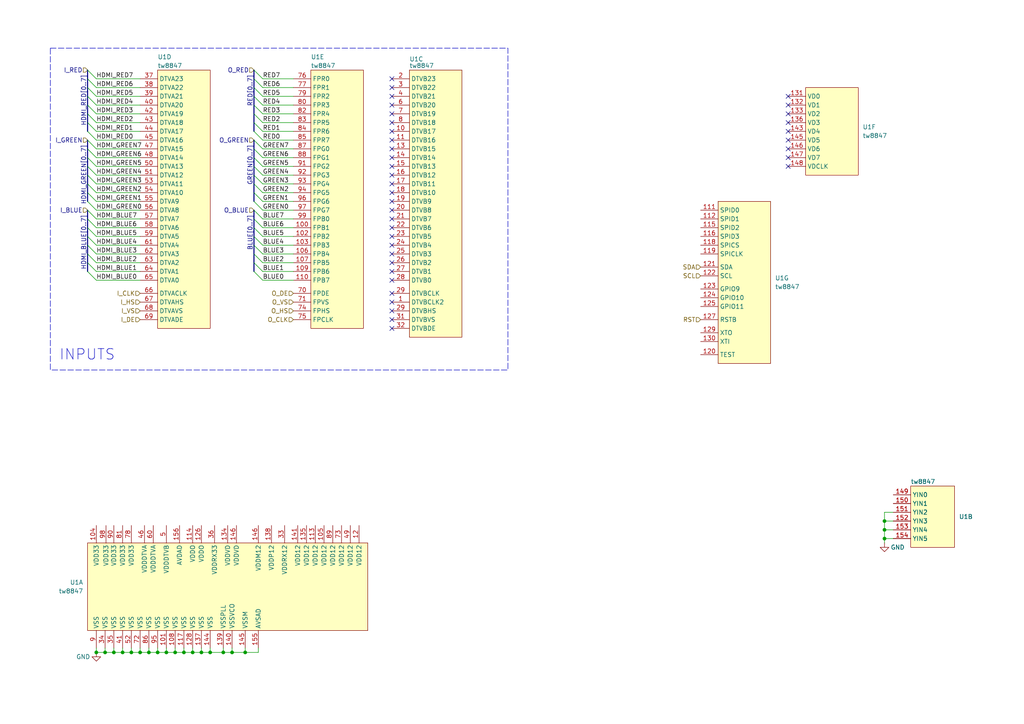
<source format=kicad_sch>
(kicad_sch (version 20230121) (generator eeschema)
  (paper "A4")
  (lib_symbols
    (symbol "power:GND" (power) (pin_names (offset 0))
      (property "Value" "GND" (at 0 -3.81 0))
      (symbol "GND_0_1"
        (polyline (pts (xy 0 0) (xy 0 -1.27) (xy 1.27 -1.27) (xy 0 -2.54) (xy -1.27 -1.27) (xy 0 -1.27)))
      )
      (symbol "GND_1_1"
        (pin power_in line (at 0 0 270) (length 0) hide (name "GND") (number "1"))
      )
    )
    (symbol "tw884x:tw8847"
      (property "Reference" "U" (at 1.27 -2.54 0))
      (property "Value" "tw8847" (at 1.27 1.27 0))
      (symbol "tw8847_1_1"
        (rectangle (start -43.18 12.7) (end 38.1 -12.7) (fill (type background)))
        (pin power_in line (at -20.32 -17.78 90) (length 5.08) (name "VSS") (number "101"))
        (pin power_in line (at -40.64 17.78 270) (length 5.08) (name "VDD33") (number "104"))
        (pin power_in line (at 25.4 17.78 270) (length 5.08) (name "VDD12") (number "105"))
        (pin power_in line (at -17.78 -17.78 90) (length 5.08) (name "VSS") (number "108"))
        (pin power_in line (at 22.86 17.78 270) (length 5.08) (name "VDD12") (number "113"))
        (pin power_in line (at -12.7 17.78 270) (length 5.08) (name "VDDO") (number "114"))
        (pin power_in line (at -15.24 -17.78 90) (length 5.08) (name "VSS") (number "117"))
        (pin power_in line (at 35.56 17.78 270) (length 5.08) (name "VDD12") (number "12"))
        (pin power_in line (at -10.16 17.78 270) (length 5.08) (name "VDDO") (number "126"))
        (pin power_in line (at -12.7 -17.78 90) (length 5.08) (name "VSS") (number "128"))
        (pin power_in line (at -2.54 17.78 270) (length 5.08) (name "VDDVD") (number "134"))
        (pin power_in line (at 20.32 17.78 270) (length 5.08) (name "VDD12") (number "135"))
        (pin power_in line (at -10.16 -17.78 90) (length 5.08) (name "VSS") (number "137"))
        (pin power_in line (at 10.16 17.78 270) (length 5.08) (name "VDDP12") (number "138"))
        (pin power_in line (at -3.81 -17.78 90) (length 5.08) (name "VSSPLL") (number "139"))
        (pin power_in line (at -1.27 -17.78 90) (length 5.08) (name "VSSVCO") (number "140"))
        (pin power_in line (at 17.78 17.78 270) (length 5.08) (name "VDD12") (number "141"))
        (pin power_in line (at -7.62 -17.78 90) (length 5.08) (name "VSS") (number "144"))
        (pin power_in line (at 2.54 -17.78 90) (length 5.08) (name "VSSM") (number "145"))
        (pin power_in line (at 6.35 17.78 270) (length 5.08) (name "VDDM12") (number "146"))
        (pin power_in line (at 0 17.78 270) (length 5.08) (name "VDDVD") (number "146"))
        (pin power_in line (at 6.35 -17.78 90) (length 5.08) (name "AVSAD") (number "155"))
        (pin power_in line (at -16.51 17.78 270) (length 5.08) (name "AVDAD") (number "156"))
        (pin power_in line (at 13.97 17.78 270) (length 5.08) (name "VDDRX12") (number "33"))
        (pin power_in line (at -38.1 -17.78 90) (length 5.08) (name "VSS") (number "34"))
        (pin power_in line (at -35.56 -17.78 90) (length 5.08) (name "VSS") (number "35"))
        (pin power_in line (at -6.35 17.78 270) (length 5.08) (name "VDDRX33") (number "36"))
        (pin power_in line (at -33.02 -17.78 90) (length 5.08) (name "VSS") (number "41"))
        (pin power_in line (at -26.67 17.78 270) (length 5.08) (name "VDDDTVA") (number "46"))
        (pin power_in line (at 33.02 17.78 270) (length 5.08) (name "VDD12") (number "49"))
        (pin power_in line (at -20.32 17.78 270) (length 5.08) (name "VDDDTVB") (number "5"))
        (pin power_in line (at -30.48 -17.78 90) (length 5.08) (name "VSS") (number "52"))
        (pin power_in line (at -24.13 17.78 270) (length 5.08) (name "VDDDTVA") (number "60"))
        (pin power_in line (at -27.94 -17.78 90) (length 5.08) (name "VSS") (number "72"))
        (pin power_in line (at 30.48 17.78 270) (length 5.08) (name "VDD12") (number "73"))
        (pin power_in line (at -30.48 17.78 270) (length 5.08) (name "VDD33") (number "78"))
        (pin power_in line (at -33.02 17.78 270) (length 5.08) (name "VDD33") (number "81"))
        (pin power_in line (at -25.4 -17.78 90) (length 5.08) (name "VSS") (number "86"))
        (pin power_in line (at 27.94 17.78 270) (length 5.08) (name "VDD12") (number "89"))
        (pin power_in line (at -40.64 -17.78 90) (length 5.08) (name "VSS") (number "9"))
        (pin power_in line (at -35.56 17.78 270) (length 5.08) (name "VDD33") (number "90"))
        (pin power_in line (at -22.86 -17.78 90) (length 5.08) (name "VSS") (number "95"))
        (pin power_in line (at -37.8351 17.7643 270) (length 5.08) (name "VDD33") (number "98"))
      )
      (symbol "tw8847_2_1"
        (rectangle (start -6.35 8.89) (end 6.35 -8.89) (fill (type background)))
        (pin input line (at -11.43 6.35 0) (length 5.08) (name "YIN0") (number "149"))
        (pin input line (at -11.43 3.81 0) (length 5.08) (name "YIN1") (number "150"))
        (pin input line (at -11.43 1.27 0) (length 5.08) (name "YIN2") (number "151"))
        (pin input line (at -11.43 -1.27 0) (length 5.08) (name "YIN3") (number "152"))
        (pin input line (at -11.43 -3.81 0) (length 5.08) (name "YIN4") (number "153"))
        (pin input line (at -11.43 -6.35 0) (length 5.08) (name "YIN5") (number "154"))
      )
      (symbol "tw8847_3_1"
        (rectangle (start -7.62 39.37) (end 7.62 -38.1) (fill (type background)))
        (pin input line (at -12.7 -27.94 0) (length 5.08) (name "DTVBCLK2") (number "1"))
        (pin input line (at -12.7 21.59 0) (length 5.08) (name "DTVB17") (number "10"))
        (pin input line (at -12.7 19.05 0) (length 5.08) (name "DTVB16") (number "11"))
        (pin input line (at -12.7 16.51 0) (length 5.08) (name "DTVB15") (number "13"))
        (pin input line (at -12.7 13.97 0) (length 5.08) (name "DTVB14") (number "14"))
        (pin input line (at -12.7 11.43 0) (length 5.08) (name "DTVB13") (number "15"))
        (pin input line (at -12.7 8.89 0) (length 5.08) (name "DTVB12") (number "16"))
        (pin input line (at -12.7 6.35 0) (length 5.08) (name "DTVB11") (number "17"))
        (pin input line (at -12.7 3.81 0) (length 5.08) (name "DTVB10") (number "18"))
        (pin input line (at -12.7 1.27 0) (length 5.08) (name "DTVB9") (number "19"))
        (pin input line (at -12.7 36.83 0) (length 5.08) (name "DTVB23") (number "2"))
        (pin input line (at -12.7 -1.27 0) (length 5.08) (name "DTVB8") (number "20"))
        (pin input line (at -12.7 -3.81 0) (length 5.08) (name "DTVB7") (number "21"))
        (pin input line (at -12.7 -6.35 0) (length 5.08) (name "DTVB6") (number "22"))
        (pin input line (at -12.7 -8.89 0) (length 5.08) (name "DTVB5") (number "23"))
        (pin input line (at -12.7 -11.43 0) (length 5.08) (name "DTVB4") (number "24"))
        (pin input line (at -12.7 -13.97 0) (length 5.08) (name "DTVB3") (number "25"))
        (pin input line (at -12.7 -16.51 0) (length 5.08) (name "DTVB2") (number "26"))
        (pin input line (at -12.7 -19.05 0) (length 5.08) (name "DTVB1") (number "27"))
        (pin input line (at -12.7 -21.59 0) (length 5.08) (name "DTVB0") (number "28"))
        (pin input line (at -12.7 -25.4 0) (length 5.08) (name "DTVBCLK") (number "29"))
        (pin input line (at -12.7 -30.48 0) (length 5.08) (name "DTVBHS") (number "29"))
        (pin input line (at -12.7 34.29 0) (length 5.08) (name "DTVB22") (number "3"))
        (pin input line (at -12.7 -33.02 0) (length 5.08) (name "DTVBVS") (number "31"))
        (pin input line (at -12.7 -35.56 0) (length 5.08) (name "DTVBDE") (number "32"))
        (pin input line (at -12.7 31.75 0) (length 5.08) (name "DTVB21") (number "4"))
        (pin input line (at -12.7 29.21 0) (length 5.08) (name "DTVB20") (number "6"))
        (pin input line (at -12.7 26.67 0) (length 5.08) (name "DTVB19") (number "7"))
        (pin input line (at -12.7 24.13 0) (length 5.08) (name "DTVB18") (number "8"))
      )
      (symbol "tw8847_4_1"
        (rectangle (start -7.62 39.37) (end 7.62 -35.56) (fill (type background)))
        (pin input line (at -12.7 36.83 0) (length 5.08) (name "DTVA23") (number "37"))
        (pin input line (at -12.7 34.29 0) (length 5.08) (name "DTVA22") (number "38"))
        (pin input line (at -12.7 31.75 0) (length 5.08) (name "DTVA21") (number "39"))
        (pin input line (at -12.7 29.21 0) (length 5.08) (name "DTVA20") (number "40"))
        (pin input line (at -12.7 26.67 0) (length 5.08) (name "DTVA19") (number "42"))
        (pin input line (at -12.7 24.13 0) (length 5.08) (name "DTVA18") (number "43"))
        (pin input line (at -12.7 21.59 0) (length 5.08) (name "DTVA17") (number "44"))
        (pin input line (at -12.7 19.05 0) (length 5.08) (name "DTVA16") (number "45"))
        (pin input line (at -12.7 16.51 0) (length 5.08) (name "DTVA15") (number "47"))
        (pin input line (at -12.7 13.97 0) (length 5.08) (name "DTVA14") (number "48"))
        (pin input line (at -12.7 11.43 0) (length 5.08) (name "DTVA13") (number "50"))
        (pin input line (at -12.7 8.89 0) (length 5.08) (name "DTVA12") (number "51"))
        (pin input line (at -12.7 6.35 0) (length 5.08) (name "DTVA11") (number "53"))
        (pin input line (at -12.7 3.81 0) (length 5.08) (name "DTVA10") (number "54"))
        (pin input line (at -12.7 1.27 0) (length 5.08) (name "DTVA9") (number "55"))
        (pin input line (at -12.7 -1.27 0) (length 5.08) (name "DTVA8") (number "56"))
        (pin input line (at -12.7 -3.81 0) (length 5.08) (name "DTVA7") (number "57"))
        (pin input line (at -12.7 -6.35 0) (length 5.08) (name "DTVA6") (number "58"))
        (pin input line (at -12.7 -8.89 0) (length 5.08) (name "DTVA5") (number "59"))
        (pin input line (at -12.7 -11.43 0) (length 5.08) (name "DTVA4") (number "61"))
        (pin input line (at -12.7 -13.97 0) (length 5.08) (name "DTVA3") (number "62"))
        (pin input line (at -12.7 -16.51 0) (length 5.08) (name "DTVA2") (number "63"))
        (pin input line (at -12.7 -19.05 0) (length 5.08) (name "DTVA1") (number "64"))
        (pin input line (at -12.7 -21.59 0) (length 5.08) (name "DTVA0") (number "65"))
        (pin input line (at -12.7 -25.4 0) (length 5.08) (name "DTVACLK") (number "66"))
        (pin input line (at -12.7 -27.94 0) (length 5.08) (name "DTVAHS") (number "67"))
        (pin input line (at -12.7 -30.48 0) (length 5.08) (name "DTVAVS") (number "68"))
        (pin input line (at -12.7 -33.02 0) (length 5.08) (name "DTVADE") (number "69"))
      )
      (symbol "tw8847_5_1"
        (rectangle (start -7.62 36.83) (end 7.62 -38.1) (fill (type background)))
        (pin output line (at -12.7 -8.89 0) (length 5.08) (name "FPB1") (number "100"))
        (pin output line (at -12.7 -11.43 0) (length 5.08) (name "FPB2") (number "102"))
        (pin output line (at -12.7 -13.97 0) (length 5.08) (name "FPB3") (number "103"))
        (pin output line (at -12.7 -16.51 0) (length 5.08) (name "FPB4") (number "106"))
        (pin output line (at -12.7 -19.05 0) (length 5.08) (name "FPB5") (number "107"))
        (pin output line (at -12.7 -21.59 0) (length 5.08) (name "FPB6") (number "109"))
        (pin output line (at -12.7 -24.13 0) (length 5.08) (name "FPB7") (number "110"))
        (pin input line (at -12.7 -27.94 0) (length 5.08) (name "FPDE") (number "70"))
        (pin input line (at -12.7 -30.48 0) (length 5.08) (name "FPVS") (number "71"))
        (pin input line (at -12.7 -33.02 0) (length 5.08) (name "FPHS") (number "74"))
        (pin input line (at -12.7 -35.56 0) (length 5.08) (name "FPCLK") (number "75"))
        (pin output line (at -12.7 34.29 0) (length 5.08) (name "FPR0") (number "76"))
        (pin output line (at -12.7 31.75 0) (length 5.08) (name "FPR1") (number "77"))
        (pin output line (at -12.7 29.21 0) (length 5.08) (name "FPR2") (number "79"))
        (pin output line (at -12.7 26.67 0) (length 5.08) (name "FPR3") (number "80"))
        (pin output line (at -12.7 24.13 0) (length 5.08) (name "FPR4") (number "82"))
        (pin output line (at -12.7 21.59 0) (length 5.08) (name "FPR5") (number "83"))
        (pin output line (at -12.7 19.05 0) (length 5.08) (name "FPR6") (number "84"))
        (pin output line (at -12.7 16.51 0) (length 5.08) (name "FPR7") (number "85"))
        (pin output line (at -12.7 13.97 0) (length 5.08) (name "FPG0") (number "87"))
        (pin output line (at -12.7 11.43 0) (length 5.08) (name "FPG1") (number "88"))
        (pin output line (at -12.7 8.89 0) (length 5.08) (name "FPG2") (number "91"))
        (pin output line (at -12.7 6.35 0) (length 5.08) (name "FPG3") (number "92"))
        (pin output line (at -12.7 3.81 0) (length 5.08) (name "FPG4") (number "93"))
        (pin output line (at -12.7 1.27 0) (length 5.08) (name "FPG5") (number "94"))
        (pin output line (at -12.7 -1.27 0) (length 5.08) (name "FPG6") (number "96"))
        (pin output line (at -12.7 -3.81 0) (length 5.08) (name "FPG7") (number "97"))
        (pin output line (at -12.7 -6.35 0) (length 5.08) (name "FPB0") (number "99"))
      )
      (symbol "tw8847_6_1"
        (rectangle (start -7.62 12.7) (end 7.62 -12.7) (fill (type background)))
        (pin output line (at -12.7 10.16 0) (length 5.08) (name "VD0") (number "131"))
        (pin output line (at -12.7 7.62 0) (length 5.08) (name "VD1") (number "132"))
        (pin output line (at -12.7 5.08 0) (length 5.08) (name "VD2") (number "133"))
        (pin output line (at -12.7 2.54 0) (length 5.08) (name "VD3") (number "136"))
        (pin output line (at -12.7 0 0) (length 5.08) (name "VD4") (number "143"))
        (pin output line (at -12.7 -2.54 0) (length 5.08) (name "VD5") (number "145"))
        (pin output line (at -12.7 -5.08 0) (length 5.08) (name "VD6") (number "146"))
        (pin output line (at -12.7 -7.62 0) (length 5.08) (name "VD7") (number "147"))
        (pin output line (at -12.7 -10.16 0) (length 5.08) (name "VDCLK") (number "148"))
      )
      (symbol "tw8847_7_1"
        (rectangle (start -7.62 22.86) (end 7.62 -24.13) (fill (type background)))
        (pin output line (at -12.7 20.32 0) (length 5.08) (name "SPID0") (number "111"))
        (pin output line (at -12.7 17.78 0) (length 5.08) (name "SPID1") (number "112"))
        (pin output line (at -12.7 15.24 0) (length 5.08) (name "SPID2") (number "115"))
        (pin output line (at -12.7 12.7 0) (length 5.08) (name "SPID3") (number "116"))
        (pin output line (at -12.7 10.16 0) (length 5.08) (name "SPICS") (number "118"))
        (pin output line (at -12.7 7.62 0) (length 5.08) (name "SPICLK") (number "119"))
        (pin input line (at -12.7 -21.59 0) (length 5.08) (name "TEST") (number "120"))
        (pin output line (at -12.7 3.81 0) (length 5.08) (name "SDA") (number "121"))
        (pin output line (at -12.7 1.27 0) (length 5.08) (name "SCL") (number "122"))
        (pin output line (at -12.7 -2.54 0) (length 5.08) (name "GPIO9") (number "123"))
        (pin output line (at -12.7 -5.08 0) (length 5.08) (name "GPIO10") (number "124"))
        (pin output line (at -12.7 -7.62 0) (length 5.08) (name "GPIO11") (number "125"))
        (pin output line (at -12.7 -11.43 0) (length 5.08) (name "RSTB") (number "127"))
        (pin output line (at -12.7 -15.24 0) (length 5.08) (name "XTO") (number "129"))
        (pin output line (at -12.7 -17.78 0) (length 5.08) (name "XTI") (number "130"))
      )
    )
  )
  (junction (at 55.88 189.23))
  (junction (at 48.26 189.23))
  (junction (at 50.8 189.23))
  (junction (at 53.34 189.23))
  (junction (at 45.72 189.23))
  (junction (at 40.64 189.23))
  (junction (at 30.48 189.23))
  (junction (at 27.94 189.23))
  (junction (at 256.54 151.13))
  (junction (at 35.56 189.23))
  (junction (at 33.02 189.23))
  (junction (at 43.18 189.23))
  (junction (at 64.77 189.23))
  (junction (at 60.96 189.23))
  (junction (at 38.1 189.23))
  (junction (at 58.42 189.23))
  (junction (at 256.54 153.67))
  (junction (at 71.12 189.23))
  (junction (at 256.54 156.21))
  (junction (at 67.31 189.23))
  (no_connect (at 228.6 40.64))
  (no_connect (at 113.665 22.86))
  (no_connect (at 113.665 27.94))
  (no_connect (at 113.665 92.71))
  (no_connect (at 113.665 53.34))
  (no_connect (at 113.665 55.88))
  (no_connect (at 113.665 85.09))
  (no_connect (at 113.665 71.12))
  (no_connect (at 228.6 30.48))
  (no_connect (at 113.665 95.25))
  (no_connect (at 113.665 90.17))
  (no_connect (at 113.665 40.64))
  (no_connect (at 228.6 35.56))
  (no_connect (at 228.6 45.72))
  (no_connect (at 113.665 50.8))
  (no_connect (at 113.665 45.72))
  (no_connect (at 113.665 58.42))
  (no_connect (at 113.665 25.4))
  (no_connect (at 228.6 43.18))
  (no_connect (at 113.665 73.66))
  (no_connect (at 113.665 43.18))
  (no_connect (at 113.665 76.2))
  (no_connect (at 113.665 78.74))
  (no_connect (at 228.6 33.02))
  (no_connect (at 113.665 30.48))
  (no_connect (at 228.6 48.26))
  (no_connect (at 113.665 81.28))
  (no_connect (at 228.6 38.1))
  (no_connect (at 113.665 35.56))
  (no_connect (at 113.665 87.63))
  (no_connect (at 113.665 38.1))
  (no_connect (at 113.665 63.5))
  (no_connect (at 113.665 60.96))
  (no_connect (at 228.6 27.94))
  (no_connect (at 113.665 66.04))
  (no_connect (at 113.665 33.02))
  (no_connect (at 113.665 68.58))
  (no_connect (at 113.665 48.26))
  (bus_entry (at 25.4 50.8) (size 2.54 2.54))
  (bus_entry (at 73.66 20.32) (size 2.54 2.54))
  (bus_entry (at 73.66 30.48) (size 2.54 2.54))
  (bus_entry (at 73.66 50.8) (size 2.54 2.54))
  (bus_entry (at 73.66 25.4) (size 2.54 2.54))
  (bus_entry (at 25.4 66.04) (size 2.54 2.54))
  (bus_entry (at 25.4 25.4) (size 2.54 2.54))
  (bus_entry (at 25.4 45.72) (size 2.54 2.54))
  (bus_entry (at 25.4 33.02) (size 2.54 2.54))
  (bus_entry (at 25.4 22.86) (size 2.54 2.54))
  (bus_entry (at 73.66 73.66) (size 2.54 2.54))
  (bus_entry (at 73.66 76.2) (size 2.54 2.54))
  (bus_entry (at 25.4 27.94) (size 2.54 2.54))
  (bus_entry (at 25.4 71.12) (size 2.54 2.54))
  (bus_entry (at 73.66 66.04) (size 2.54 2.54))
  (bus_entry (at 73.66 48.26) (size 2.54 2.54))
  (bus_entry (at 73.66 60.96) (size 2.54 2.54))
  (bus_entry (at 73.66 68.58) (size 2.54 2.54))
  (bus_entry (at 73.66 40.64) (size 2.54 2.54))
  (bus_entry (at 25.4 43.18) (size 2.54 2.54))
  (bus_entry (at 73.66 45.72) (size 2.54 2.54))
  (bus_entry (at 73.66 58.42) (size 2.54 2.54))
  (bus_entry (at 73.66 38.1) (size 2.54 2.54))
  (bus_entry (at 25.4 40.64) (size 2.54 2.54))
  (bus_entry (at 25.4 38.1) (size 2.54 2.54))
  (bus_entry (at 73.66 55.88) (size 2.54 2.54))
  (bus_entry (at 25.4 20.32) (size 2.54 2.54))
  (bus_entry (at 25.4 73.66) (size 2.54 2.54))
  (bus_entry (at 73.66 33.02) (size 2.54 2.54))
  (bus_entry (at 25.4 60.96) (size 2.54 2.54))
  (bus_entry (at 25.4 58.42) (size 2.54 2.54))
  (bus_entry (at 73.66 35.56) (size 2.54 2.54))
  (bus_entry (at 25.4 68.58) (size 2.54 2.54))
  (bus_entry (at 25.4 76.2) (size 2.54 2.54))
  (bus_entry (at 73.66 71.12) (size 2.54 2.54))
  (bus_entry (at 25.4 55.88) (size 2.54 2.54))
  (bus_entry (at 25.4 63.5) (size 2.54 2.54))
  (bus_entry (at 25.4 30.48) (size 2.54 2.54))
  (bus_entry (at 25.4 78.74) (size 2.54 2.54))
  (bus_entry (at 73.66 43.18) (size 2.54 2.54))
  (bus_entry (at 73.66 27.94) (size 2.54 2.54))
  (bus_entry (at 73.66 53.34) (size 2.54 2.54))
  (bus_entry (at 73.66 63.5) (size 2.54 2.54))
  (bus_entry (at 73.66 78.74) (size 2.54 2.54))
  (bus_entry (at 25.4 53.34) (size 2.54 2.54))
  (bus_entry (at 25.4 35.56) (size 2.54 2.54))
  (bus_entry (at 25.4 48.26) (size 2.54 2.54))
  (bus_entry (at 73.66 22.86) (size 2.54 2.54))
  (bus (pts (xy 73.66 68.58) (xy 73.66 71.12)))
  (bus (pts (xy 25.4 71.12) (xy 25.4 73.66)))
  (wire (pts (xy 64.77 189.23) (xy 60.96 189.23)))
  (wire (pts (xy 27.94 38.1) (xy 40.64 38.1)))
  (bus (pts (xy 25.4 60.96) (xy 25.4 63.5)))
  (bus (pts (xy 25.4 63.5) (xy 25.4 66.04)))
  (wire (pts (xy 27.94 22.86) (xy 40.64 22.86)))
  (bus (pts (xy 73.66 27.94) (xy 73.66 30.48)))
  (wire (pts (xy 76.2 66.04) (xy 85.09 66.04)))
  (bus (pts (xy 73.66 33.02) (xy 73.66 35.56)))
  (wire (pts (xy 27.94 66.04) (xy 40.64 66.04)))
  (wire (pts (xy 33.02 187.96) (xy 33.02 189.23)))
  (wire (pts (xy 38.1 187.96) (xy 38.1 189.23)))
  (wire (pts (xy 43.18 189.23) (xy 40.64 189.23)))
  (bus (pts (xy 73.66 22.86) (xy 73.66 25.4)))
  (bus (pts (xy 73.66 71.12) (xy 73.66 73.66)))
  (wire (pts (xy 27.94 58.42) (xy 40.64 58.42)))
  (wire (pts (xy 35.56 187.96) (xy 35.56 189.23)))
  (wire (pts (xy 71.12 187.96) (xy 71.12 189.23)))
  (wire (pts (xy 76.2 68.58) (xy 85.09 68.58)))
  (wire (pts (xy 256.54 157.48) (xy 256.54 156.21)))
  (wire (pts (xy 76.2 38.1) (xy 85.09 38.1)))
  (bus (pts (xy 73.66 73.66) (xy 73.66 76.2)))
  (wire (pts (xy 76.2 71.12) (xy 85.09 71.12)))
  (bus (pts (xy 73.66 55.88) (xy 73.66 58.42)))
  (bus (pts (xy 25.4 53.34) (xy 25.4 55.88)))
  (wire (pts (xy 76.2 27.94) (xy 85.09 27.94)))
  (wire (pts (xy 27.94 60.96) (xy 40.64 60.96)))
  (wire (pts (xy 27.94 30.48) (xy 40.64 30.48)))
  (wire (pts (xy 27.94 35.56) (xy 40.64 35.56)))
  (wire (pts (xy 27.94 27.94) (xy 40.64 27.94)))
  (wire (pts (xy 256.54 153.67) (xy 256.54 151.13)))
  (wire (pts (xy 27.94 76.2) (xy 40.64 76.2)))
  (bus (pts (xy 25.4 43.18) (xy 25.4 45.72)))
  (bus (pts (xy 73.66 76.2) (xy 73.66 78.74)))
  (bus (pts (xy 25.4 40.64) (xy 25.4 43.18)))
  (bus (pts (xy 73.66 25.4) (xy 73.66 27.94)))
  (bus (pts (xy 25.4 35.56) (xy 25.4 38.1)))
  (wire (pts (xy 64.77 187.96) (xy 64.77 189.23)))
  (wire (pts (xy 71.12 189.23) (xy 67.31 189.23)))
  (wire (pts (xy 43.18 187.96) (xy 43.18 189.23)))
  (wire (pts (xy 76.2 33.02) (xy 85.09 33.02)))
  (wire (pts (xy 76.2 60.96) (xy 85.09 60.96)))
  (wire (pts (xy 76.2 22.86) (xy 85.09 22.86)))
  (wire (pts (xy 74.93 189.23) (xy 71.12 189.23)))
  (bus (pts (xy 73.66 50.8) (xy 73.66 53.34)))
  (bus (pts (xy 73.66 45.72) (xy 73.66 48.26)))
  (wire (pts (xy 33.02 189.23) (xy 30.48 189.23)))
  (wire (pts (xy 76.2 78.74) (xy 85.09 78.74)))
  (wire (pts (xy 35.56 189.23) (xy 33.02 189.23)))
  (wire (pts (xy 67.31 189.23) (xy 64.77 189.23)))
  (bus (pts (xy 25.4 33.02) (xy 25.4 35.56)))
  (wire (pts (xy 76.2 73.66) (xy 85.09 73.66)))
  (wire (pts (xy 76.2 63.5) (xy 85.09 63.5)))
  (bus (pts (xy 25.4 73.66) (xy 25.4 76.2)))
  (wire (pts (xy 38.1 189.23) (xy 35.56 189.23)))
  (bus (pts (xy 73.66 20.32) (xy 73.66 22.86)))
  (bus (pts (xy 25.4 76.2) (xy 25.4 78.74)))
  (wire (pts (xy 256.54 148.59) (xy 259.08 148.59)))
  (wire (pts (xy 53.34 189.23) (xy 50.8 189.23)))
  (wire (pts (xy 48.26 189.23) (xy 45.72 189.23)))
  (wire (pts (xy 76.2 55.88) (xy 85.09 55.88)))
  (bus (pts (xy 25.4 45.72) (xy 25.4 48.26)))
  (wire (pts (xy 50.8 189.23) (xy 48.26 189.23)))
  (wire (pts (xy 27.94 78.74) (xy 40.64 78.74)))
  (wire (pts (xy 27.94 55.88) (xy 40.64 55.88)))
  (wire (pts (xy 27.94 63.5) (xy 40.64 63.5)))
  (wire (pts (xy 27.94 71.12) (xy 40.64 71.12)))
  (wire (pts (xy 27.94 73.66) (xy 40.64 73.66)))
  (wire (pts (xy 48.26 187.96) (xy 48.26 189.23)))
  (wire (pts (xy 27.94 33.02) (xy 40.64 33.02)))
  (wire (pts (xy 27.94 43.18) (xy 40.64 43.18)))
  (wire (pts (xy 55.88 187.96) (xy 55.88 189.23)))
  (wire (pts (xy 76.2 58.42) (xy 85.09 58.42)))
  (wire (pts (xy 27.94 40.64) (xy 40.64 40.64)))
  (wire (pts (xy 256.54 153.67) (xy 259.08 153.67)))
  (bus (pts (xy 73.66 35.56) (xy 73.66 38.1)))
  (wire (pts (xy 27.94 189.23) (xy 27.94 187.96)))
  (bus (pts (xy 25.4 22.86) (xy 25.4 25.4)))
  (wire (pts (xy 27.94 81.28) (xy 40.64 81.28)))
  (wire (pts (xy 256.54 156.21) (xy 256.54 153.67)))
  (bus (pts (xy 25.4 55.88) (xy 25.4 58.42)))
  (wire (pts (xy 76.2 45.72) (xy 85.09 45.72)))
  (wire (pts (xy 27.94 48.26) (xy 40.64 48.26)))
  (wire (pts (xy 74.93 187.96) (xy 74.93 189.23)))
  (wire (pts (xy 76.2 81.28) (xy 85.09 81.28)))
  (wire (pts (xy 27.94 50.8) (xy 40.64 50.8)))
  (wire (pts (xy 76.2 48.26) (xy 85.09 48.26)))
  (wire (pts (xy 30.48 187.96) (xy 30.48 189.23)))
  (wire (pts (xy 76.2 76.2) (xy 85.09 76.2)))
  (wire (pts (xy 58.42 187.96) (xy 58.42 189.23)))
  (wire (pts (xy 76.2 25.4) (xy 85.09 25.4)))
  (wire (pts (xy 76.2 30.48) (xy 85.09 30.48)))
  (wire (pts (xy 40.64 189.23) (xy 38.1 189.23)))
  (wire (pts (xy 76.2 53.34) (xy 85.09 53.34)))
  (wire (pts (xy 60.96 189.23) (xy 58.42 189.23)))
  (bus (pts (xy 25.4 48.26) (xy 25.4 50.8)))
  (bus (pts (xy 73.66 60.96) (xy 73.66 63.5)))
  (wire (pts (xy 30.48 189.23) (xy 27.94 189.23)))
  (wire (pts (xy 27.94 25.4) (xy 40.64 25.4)))
  (bus (pts (xy 25.4 50.8) (xy 25.4 53.34)))
  (wire (pts (xy 27.94 45.72) (xy 40.64 45.72)))
  (bus (pts (xy 25.4 66.04) (xy 25.4 68.58)))
  (wire (pts (xy 60.96 187.96) (xy 60.96 189.23)))
  (wire (pts (xy 256.54 151.13) (xy 256.54 148.59)))
  (wire (pts (xy 55.88 189.23) (xy 53.34 189.23)))
  (wire (pts (xy 45.72 187.96) (xy 45.72 189.23)))
  (wire (pts (xy 76.2 35.56) (xy 85.09 35.56)))
  (bus (pts (xy 25.4 20.32) (xy 25.4 22.86)))
  (wire (pts (xy 45.72 189.23) (xy 43.18 189.23)))
  (wire (pts (xy 40.64 187.96) (xy 40.64 189.23)))
  (wire (pts (xy 256.54 151.13) (xy 259.08 151.13)))
  (wire (pts (xy 27.94 68.58) (xy 40.64 68.58)))
  (bus (pts (xy 73.66 40.64) (xy 73.66 43.18)))
  (wire (pts (xy 76.2 43.18) (xy 85.09 43.18)))
  (bus (pts (xy 25.4 30.48) (xy 25.4 33.02)))
  (wire (pts (xy 53.34 187.96) (xy 53.34 189.23)))
  (bus (pts (xy 73.66 63.5) (xy 73.66 66.04)))
  (wire (pts (xy 50.8 187.96) (xy 50.8 189.23)))
  (wire (pts (xy 58.42 189.23) (xy 55.88 189.23)))
  (bus (pts (xy 73.66 53.34) (xy 73.66 55.88)))
  (bus (pts (xy 25.4 27.94) (xy 25.4 30.48)))
  (wire (pts (xy 67.31 187.96) (xy 67.31 189.23)))
  (wire (pts (xy 27.94 53.34) (xy 40.64 53.34)))
  (bus (pts (xy 25.4 25.4) (xy 25.4 27.94)))
  (bus (pts (xy 73.66 43.18) (xy 73.66 45.72)))
  (bus (pts (xy 25.4 68.58) (xy 25.4 71.12)))
  (bus (pts (xy 73.66 30.48) (xy 73.66 33.02)))
  (wire (pts (xy 256.54 156.21) (xy 259.08 156.21)))
  (wire (pts (xy 76.2 40.64) (xy 85.09 40.64)))
  (bus (pts (xy 73.66 48.26) (xy 73.66 50.8)))
  (wire (pts (xy 76.2 50.8) (xy 85.09 50.8)))
  (bus (pts (xy 73.66 66.04) (xy 73.66 68.58)))
  (rectangle (start 14.605 13.97) (end 147.32 107.315) (stroke (width 0) (type dash)))
  (text "INPUTS" (at 17.145 104.775 0) (effects (font (size 3.048 3.048)) (justify left bottom)))
  (label "HDMI_RED5" (at 27.94 27.94 0))
  (label "HDMI_BLUE5" (at 27.94 68.58 0))
  (label "GREEN3" (at 76.2 53.34 0))
  (label "GREEN6" (at 76.2 45.72 0))
  (label "HDMI_RED2" (at 27.94 35.56 0))
  (label "HDMI_BLUE7" (at 27.94 63.5 0))
  (label "RED0" (at 76.2 40.64 0))
  (label "HDMI_BLUE2" (at 27.94 76.2 0))
  (label "HDMI_RED1" (at 27.94 38.1 0))
  (label "RED2" (at 76.2 35.56 0))
  (label "HDMI_BLUE6" (at 27.94 66.04 0))
  (label "RED1" (at 76.2 38.1 0))
  (label "HDMI_RED3" (at 27.94 33.02 0))
  (label "HDMI_RED0" (at 27.94 40.64 0))
  (label "HDMI_GREEN7" (at 27.94 43.18 0))
  (label "RED6" (at 76.2 25.4 0))
  (label "BLUE0" (at 76.2 81.28 0))
  (label "GREEN2" (at 76.2 55.88 0))
  (label "GREEN4" (at 76.2 50.8 0))
  (label "HDMI_GREEN3" (at 27.94 53.34 0))
  (label "HDMI_GREEN4" (at 27.94 50.8 0))
  (label "GREEN7" (at 76.2 43.18 0))
  (label "HDMI_GREEN1" (at 27.94 58.42 0))
  (label "RED5" (at 76.2 27.94 0))
  (label "HDMI_BLUE1" (at 27.94 78.74 0))
  (label "HDMI_BLUE3" (at 27.94 73.66 0))
  (label "HDMI_RED6" (at 27.94 25.4 0))
  (label "BLUE[0..7]" (at 73.66 62.23 270))
  (label "HDMI_RED7" (at 27.94 22.86 0))
  (label "BLUE3" (at 76.2 73.66 0))
  (label "BLUE4" (at 76.2 71.12 0))
  (label "HDMI_RED4" (at 27.94 30.48 0))
  (label "GREEN5" (at 76.2 48.26 0))
  (label "HDMI_GREEN[0..7]" (at 25.4 41.91 270))
  (label "HDMI_GREEN6" (at 27.94 45.72 0))
  (label "HDMI_RED[0..7]" (at 25.4 21.59 270))
  (label "RED[0..7]" (at 73.66 21.59 270))
  (label "HDMI_GREEN0" (at 27.94 60.96 0))
  (label "RED4" (at 76.2 30.48 0))
  (label "BLUE7" (at 76.2 63.5 0))
  (label "RED7" (at 76.2 22.86 0))
  (label "BLUE6" (at 76.2 66.04 0))
  (label "GREEN0" (at 76.2 60.96 0))
  (label "BLUE5" (at 76.2 68.58 0))
  (label "BLUE1" (at 76.2 78.74 0))
  (label "RED3" (at 76.2 33.02 0))
  (label "HDMI_GREEN2" (at 27.94 55.88 0))
  (label "HDMI_BLUE4" (at 27.94 71.12 0))
  (label "GREEN1" (at 76.2 58.42 0))
  (label "HDMI_BLUE0" (at 27.94 81.28 0))
  (label "HDMI_GREEN5" (at 27.94 48.26 0))
  (label "BLUE2" (at 76.2 76.2 0))
  (label "GREEN[0..7]" (at 73.66 41.91 270))
  (label "HDMI_BLUE[0..7]" (at 25.4 62.23 270))
  (hierarchical_label "I_HS" (shape input) (at 40.64 87.63 180))
  (hierarchical_label "O_DE" (shape input) (at 85.09 85.09 180))
  (hierarchical_label "O_RED" (shape input) (at 73.66 20.32 180))
  (hierarchical_label "O_BLUE" (shape input) (at 73.66 60.96 180))
  (hierarchical_label "I_CLK" (shape input) (at 40.64 85.09 180))
  (hierarchical_label "I_BLUE" (shape input) (at 25.4 60.96 180))
  (hierarchical_label "I_RED" (shape input) (at 25.4 20.32 180))
  (hierarchical_label "SDA" (shape input) (at 203.2 77.47 180))
  (hierarchical_label "O_CLK" (shape input) (at 85.09 92.71 180))
  (hierarchical_label "I_DE" (shape input) (at 40.64 92.71 180))
  (hierarchical_label "I_GREEN" (shape input) (at 25.4 40.64 180))
  (hierarchical_label "SCL" (shape input) (at 203.2 80.01 180))
  (hierarchical_label "O_VS" (shape input) (at 85.09 87.63 180))
  (hierarchical_label "I_VS" (shape input) (at 40.64 90.17 180))
  (hierarchical_label "RST" (shape input) (at 203.2 92.71 180))
  (hierarchical_label "O_HS" (shape input) (at 85.09 90.17 180))
  (hierarchical_label "O_GREEN" (shape input) (at 73.66 40.64 180))
  (symbol (lib_id "tw884x:tw8847") (at 241.3 38.1 0) (unit 6)
    (property "Reference" "U1" (at 250.19 36.83 0) (effects (justify left)))
    (property "Value" "tw8847" (at 250.19 39.37 0) (effects (justify left)))
  )
  (symbol (lib_id "tw884x:tw8847") (at 68.58 170.18 0) (unit 1)
    (property "Reference" "U1" (at 24.13 168.91 0) (effects (justify right)))
    (property "Value" "tw8847" (at 24.13 171.45 0) (effects (justify right)))
  )
  (symbol (lib_id "tw884x:tw8847") (at 97.79 57.15 0) (unit 5)
    (property "Reference" "U1" (at 90.17 16.51 0) (effects (justify left)))
    (property "Value" "tw8847" (at 90.17 19.05 0) (effects (justify left)))
  )
  (symbol (lib_id "power:GND") (at 27.94 189.23 0) (unit 1)
    (property "Reference" "#PWR04" (effects hide))
    (property "Value" "GND" (at 24.13 190.5 0))
  )
  (symbol (lib_id "tw884x:tw8847") (at 53.34 59.69 0) (unit 4)
    (property "Reference" "U1" (at 45.72 16.51 0) (effects (justify left)))
    (property "Value" "tw8847" (at 45.72 19.05 0) (effects (justify left)))
  )
  (symbol (lib_id "tw884x:tw8847") (at 215.9 81.28 0) (unit 7)
    (property "Reference" "U1" (at 224.79 80.645 0) (effects (justify left)))
    (property "Value" "tw8847" (at 224.79 83.185 0) (effects (justify left)))
  )
  (symbol (lib_id "power:GND") (at 256.54 157.48 0) (unit 1)
    (property "Reference" "#PWR013" (effects hide))
    (property "Value" "GND" (at 260.35 158.75 0))
  )
  (symbol (lib_id "tw884x:tw8847") (at 126.365 59.69 0) (unit 3)
    (property "Reference" "U1" (at 118.745 17.145 0) (effects (justify left)))
    (property "Value" "tw8847" (at 118.745 19.05 0) (effects (justify left)))
  )
  (symbol (lib_id "tw884x:tw8847") (at 270.51 149.86 0) (unit 2)
    (property "Reference" "U1" (at 278.13 149.86 0) (effects (justify left)))
    (property "Value" "tw8847" (at 264.16 139.7 0) (effects (justify left)))
  )
)
</source>
